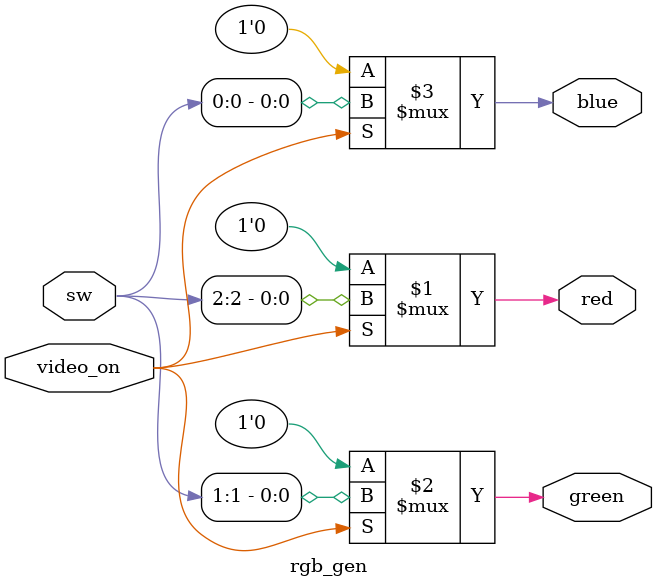
<source format=v>
module rgb_gen
(
    
    input video_on,
    input [2:0] sw,
    output red,
    output green,
    output blue
);

   assign red = video_on? sw[2]:1'b0;
   assign green = video_on? sw[1] : 1'b0;
   assign blue = video_on ? sw[0]:1'b0;
endmodule
</source>
